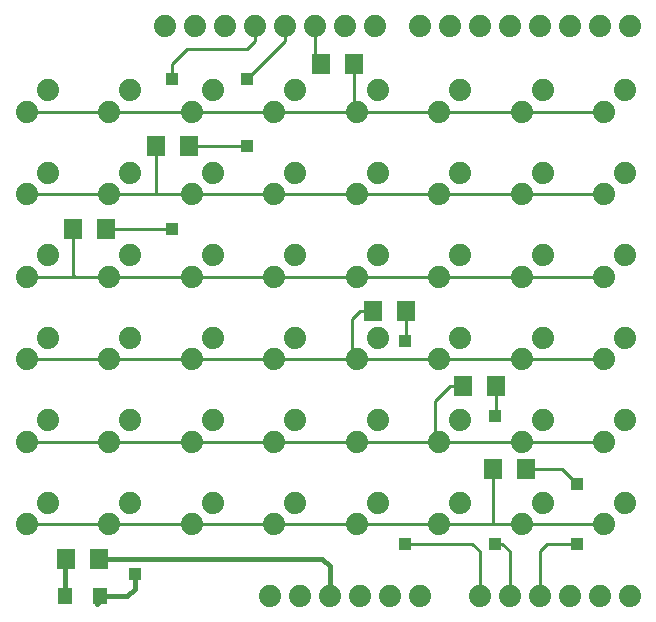
<source format=gbl>
G75*
G70*
%OFA0B0*%
%FSLAX24Y24*%
%IPPOS*%
%LPD*%
%AMOC8*
5,1,8,0,0,1.08239X$1,22.5*
%
%ADD10C,0.0740*%
%ADD11R,0.0630X0.0709*%
%ADD12R,0.0472X0.0551*%
%ADD13C,0.0100*%
%ADD14R,0.0436X0.0436*%
%ADD15C,0.0160*%
D10*
X001900Y003578D03*
X002607Y004285D03*
X004650Y003578D03*
X005357Y004285D03*
X007400Y003578D03*
X008107Y004285D03*
X010150Y003578D03*
X010857Y004285D03*
X012900Y003578D03*
X013607Y004285D03*
X015650Y003578D03*
X016357Y004285D03*
X018400Y003578D03*
X019107Y004285D03*
X021150Y003578D03*
X021857Y004285D03*
X021150Y006328D03*
X021857Y007035D03*
X021150Y009078D03*
X021857Y009785D03*
X021150Y011828D03*
X021857Y012535D03*
X021150Y014578D03*
X021857Y015285D03*
X021150Y017328D03*
X021857Y018035D03*
X022004Y020181D03*
X021004Y020181D03*
X020004Y020181D03*
X019004Y020181D03*
X018004Y020181D03*
X017004Y020181D03*
X016004Y020181D03*
X015004Y020181D03*
X013504Y020181D03*
X012504Y020181D03*
X011504Y020181D03*
X010504Y020181D03*
X009504Y020181D03*
X008504Y020181D03*
X007504Y020181D03*
X006504Y020181D03*
X005357Y018035D03*
X004650Y017328D03*
X002607Y018035D03*
X001900Y017328D03*
X002607Y015285D03*
X001900Y014578D03*
X002607Y012535D03*
X001900Y011828D03*
X002607Y009785D03*
X001900Y009078D03*
X002607Y007035D03*
X001900Y006328D03*
X004650Y006328D03*
X005357Y007035D03*
X007400Y006328D03*
X008107Y007035D03*
X010150Y006328D03*
X010857Y007035D03*
X010150Y009078D03*
X010857Y009785D03*
X010150Y011828D03*
X010857Y012535D03*
X012900Y011828D03*
X013607Y012535D03*
X015650Y011828D03*
X016357Y012535D03*
X018400Y011828D03*
X019107Y012535D03*
X018400Y014578D03*
X019107Y015285D03*
X018400Y017328D03*
X019107Y018035D03*
X016357Y018035D03*
X015650Y017328D03*
X013607Y018035D03*
X012900Y017328D03*
X010857Y018035D03*
X010150Y017328D03*
X008107Y018035D03*
X007400Y017328D03*
X008107Y015285D03*
X007400Y014578D03*
X005357Y015285D03*
X004650Y014578D03*
X005357Y012535D03*
X004650Y011828D03*
X005357Y009785D03*
X004650Y009078D03*
X007400Y009078D03*
X008107Y009785D03*
X007400Y011828D03*
X008107Y012535D03*
X010150Y014578D03*
X010857Y015285D03*
X012900Y014578D03*
X013607Y015285D03*
X015650Y014578D03*
X016357Y015285D03*
X016357Y009785D03*
X015650Y009078D03*
X013607Y009785D03*
X012900Y009078D03*
X013607Y007035D03*
X012900Y006328D03*
X015650Y006328D03*
X016357Y007035D03*
X018400Y006328D03*
X019107Y007035D03*
X018400Y009078D03*
X019107Y009785D03*
X019004Y001181D03*
X020004Y001181D03*
X021004Y001181D03*
X022004Y001181D03*
X018004Y001181D03*
X017004Y001181D03*
X015004Y001181D03*
X014004Y001181D03*
X013004Y001181D03*
X012004Y001181D03*
X011004Y001181D03*
X010004Y001181D03*
D11*
X004305Y002431D03*
X003203Y002431D03*
X013453Y010681D03*
X014555Y010681D03*
X016453Y008181D03*
X017555Y008181D03*
X017453Y005431D03*
X018555Y005431D03*
X007305Y016181D03*
X006203Y016181D03*
X004555Y013431D03*
X003453Y013431D03*
X011703Y018931D03*
X012805Y018931D03*
D12*
X003163Y001181D03*
X004344Y001181D03*
D13*
X004650Y003578D02*
X001900Y003578D01*
X004650Y003578D02*
X007400Y003578D01*
X010150Y003578D01*
X012900Y003578D01*
X015650Y003578D01*
X017504Y003578D01*
X017453Y003629D01*
X017453Y005431D01*
X018555Y005431D02*
X019754Y005431D01*
X020254Y004931D01*
X021150Y003578D02*
X018400Y003578D01*
X017504Y003578D01*
X017504Y002931D02*
X017754Y002931D01*
X018004Y002681D01*
X018004Y001181D01*
X019004Y001181D02*
X019004Y002681D01*
X019254Y002931D01*
X020254Y002931D01*
X017004Y002681D02*
X017004Y001181D01*
X017004Y002681D02*
X016754Y002931D01*
X014504Y002931D01*
X015650Y006328D02*
X012900Y006328D01*
X010150Y006328D01*
X007400Y006328D01*
X004650Y006328D01*
X001900Y006328D01*
X001900Y009078D02*
X004650Y009078D01*
X007400Y009078D01*
X010150Y009078D01*
X012900Y009078D01*
X012754Y009224D01*
X012754Y010431D01*
X013004Y010681D01*
X013453Y010681D01*
X014555Y010681D02*
X014555Y009733D01*
X014504Y009681D01*
X015650Y009078D02*
X012900Y009078D01*
X015650Y009078D02*
X018400Y009078D01*
X021150Y009078D01*
X021150Y006328D02*
X018400Y006328D01*
X015650Y006328D01*
X015504Y006474D01*
X015504Y007681D01*
X016004Y008181D01*
X016453Y008181D01*
X017555Y008181D02*
X017555Y007233D01*
X017504Y007181D01*
X018400Y011828D02*
X015650Y011828D01*
X012900Y011828D01*
X010150Y011828D01*
X004650Y011828D01*
X003504Y011828D01*
X003453Y011879D01*
X003453Y013431D01*
X004555Y013431D02*
X006754Y013431D01*
X006254Y014578D02*
X006203Y014629D01*
X006203Y016181D01*
X007305Y016181D02*
X009254Y016181D01*
X010150Y017328D02*
X007400Y017328D01*
X004650Y017328D01*
X001900Y017328D01*
X001900Y014578D02*
X004650Y014578D01*
X006254Y014578D01*
X007400Y014578D01*
X010150Y014578D01*
X012900Y014578D01*
X015650Y014578D01*
X018400Y014578D01*
X021150Y014578D01*
X021150Y017328D02*
X018400Y017328D01*
X015650Y017328D01*
X012900Y017328D01*
X012805Y017423D01*
X012805Y018931D01*
X011703Y018931D02*
X011504Y019130D01*
X011504Y020181D01*
X010504Y020181D02*
X010504Y019681D01*
X009254Y018431D01*
X009254Y019431D02*
X009504Y019681D01*
X009504Y020181D01*
X009254Y019431D02*
X007254Y019431D01*
X006754Y018931D01*
X006754Y018431D01*
X010150Y017328D02*
X012900Y017328D01*
X018400Y011828D02*
X021150Y011828D01*
X003504Y011828D02*
X001900Y011828D01*
D14*
X006754Y013431D03*
X009254Y016181D03*
X009254Y018431D03*
X006754Y018431D03*
X014504Y009681D03*
X017504Y007181D03*
X020254Y004931D03*
X020254Y002931D03*
X017504Y002931D03*
X014504Y002931D03*
X005504Y001931D03*
D15*
X005504Y001431D01*
X005254Y001181D01*
X004504Y001181D01*
X004254Y000931D01*
X004254Y001091D01*
X004344Y001181D01*
X003163Y001181D02*
X003163Y002392D01*
X003203Y002431D01*
X004305Y002431D02*
X011754Y002431D01*
X012004Y002181D01*
X012004Y001181D01*
M02*

</source>
